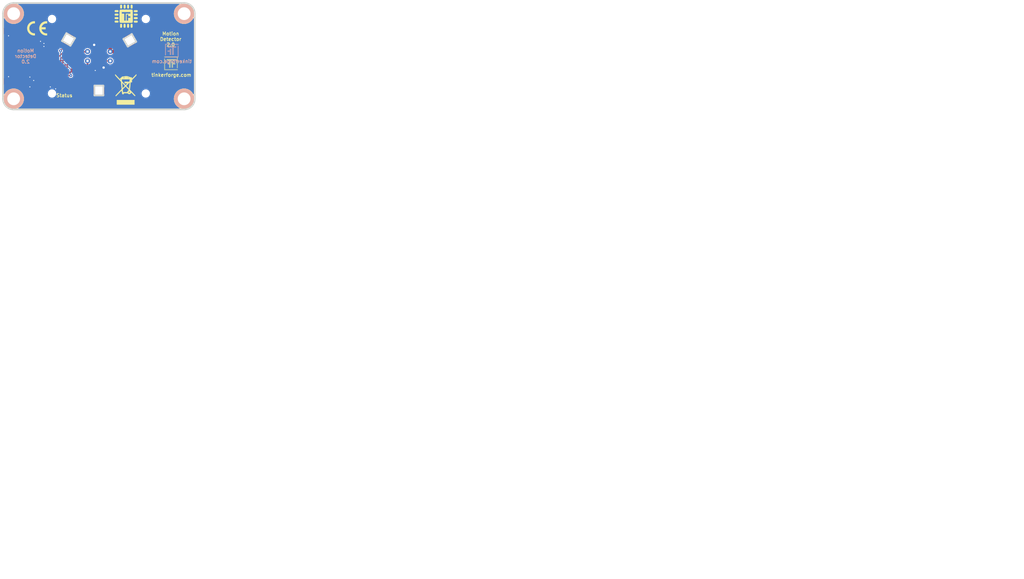
<source format=kicad_pcb>
(kicad_pcb (version 20221018) (generator pcbnew)
  (title_block (title "Motion Detector Bricklet 2.0") (date "2017-09-05") (rev "2.0") (company "Tinkerforge GmbH") (comment 1 "Licensed under CERN OHL v.1.1") (comment 2 "Copyright (©) 2017, B.Nordmeyer <bastian@tinkerforge.com>"))
  (layers (0 "F.Cu" jumper "Vorderseite") (31 "B.Cu" jumper "Rückseite") (34 "B.Paste" user) (35 "F.Paste" user) (36 "B.SilkS" user "B.Silkscreen") (37 "F.SilkS" user "F.Silkscreen") (38 "B.Mask" user) (39 "F.Mask" user) (44 "Edge.Cuts" user))
  (net 0 "")
  (net 1 "GND")
  (net 2 "VCC")
  (net 3 "Net-(C1-Pad2)")
  (net 4 "VSENS")
  (net 5 "Net-(D1-Pad2)")
  (net 6 "Net-(D2-Pad1)")
  (net 7 "Net-(D3-Pad1)")
  (net 8 "Net-(D4-Pad1)")
  (net 9 "Net-(J1-Pad1)")
  (net 10 "Net-(P1-Pad4)")
  (net 11 "Net-(P1-Pad5)")
  (net 12 "Net-(P1-Pad6)")
  (net 13 "Net-(P2-Pad2)")
  (net 14 "Net-(R1-Pad1)")
  (net 15 "S-MISO")
  (net 16 "S-MOSI")
  (net 17 "S-CLK")
  (net 18 "S-CS")
  (net 19 "ENABLE")
  (net 20 "VOUT")
  (net 21 "Net-(R2-Pad1)")
  (net 22 "LED_TOP_L")
  (net 23 "LED_TOP_R")
  (net 24 "LED_BTM")
  (net 25 "Net-(P1-Pad1)")
  (net 26 "Net-(U1-Pad3)")
  (net 27 "Net-(U1-Pad5)")
  (net 28 "Net-(U1-Pad6)")
  (net 29 "Net-(U1-Pad8)")
  (net 30 "Net-(U1-Pad15)")
  (net 31 "Net-(U1-Pad16)")
  (net 32 "Net-(U1-Pad17)")
  (net 33 "Net-(U1-Pad18)")
  (net 34 "Net-(U1-Pad19)")
  (footprint "kicad-libraries:WEEE_7mm" (layer "F.Cu") (at 71.7 50.1)
    (fp_text reference "VAL" hide)
    (fp_text value "WEEE_7mm" hide)
  )
  (footprint "kicad-libraries:CE_5mm" (layer "F.Cu") (at 50.95 35.75)
    (fp_text reference "VAL" hide)
    (fp_text value "CE_5mm" hide)
  )
  (footprint "Fiducial_Mark" (layer "F.Cu") (at 50.4 52.3)
    (fp_text reference "Fiducial_Mark" hide)
    (fp_text value "VAL**" hide)
    (pad "1" smd circle (at 0 0) (size 1.00076 1.00076) (layers "F.Cu" "F.Mask") (clearance 0.65024))
  )
  (footprint "Fiducial_Mark" (layer "F.Cu") (at 80.4 32.3)
    (fp_text reference "Fiducial_Mark" hide)
    (fp_text value "VAL**" hide)
    (pad "1" smd circle (at 0 0) (size 1.00076 1.00076) (layers "F.Cu" "F.Mask") (clearance 0.65024))
  )
  (footprint "Logo_31x31m" (layer "F.Cu") (at 83.9 42.4 180)
    (fp_text reference "G***" hide)
    (fp_text value "LOGO" hide)
  )
  (footprint "kicad-libraries:D1206_INV" (layer "F.Cu") (at 58.3 38.4 -120)
    (fp_text reference "D2")
    (fp_text value "blue_inv")
    (pad "1" smd rect (at -1.8 0 240) (size 1.5 1.6) (layers "F.Cu" "F.Paste" "F.Mask") (net 6 "Net-(D2-Pad1)"))
    (pad "2" smd rect (at 1.8 0 240) (size 1.5 1.6) (layers "F.Cu" "F.Paste" "F.Mask") (net 22 "LED_TOP_L"))
  )
  (footprint "kicad-libraries:D1206_INV" (layer "F.Cu") (at 72.6 38.6 120)
    (fp_text reference "D3")
    (fp_text value "blue_inv")
    (pad "1" smd rect (at -1.8 0 120) (size 1.5 1.6) (layers "F.Cu" "F.Paste" "F.Mask") (net 7 "Net-(D3-Pad1)"))
    (pad "2" smd rect (at 1.8 0 120) (size 1.5 1.6) (layers "F.Cu" "F.Paste" "F.Mask") (net 23 "LED_TOP_R"))
  )
  (footprint "kicad-libraries:D1206_INV" (layer "F.Cu") (at 65.4 50.4 180)
    (fp_text reference "D4")
    (fp_text value "blue_inv")
    (pad "1" smd rect (at -1.8 0 180) (size 1.5 1.6) (layers "F.Cu" "F.Paste" "F.Mask") (net 8 "Net-(D4-Pad1)"))
    (pad "2" smd rect (at 1.8 0 180) (size 1.5 1.6) (layers "F.Cu" "F.Paste" "F.Mask") (net 24 "LED_BTM"))
  )
  (footprint "kicad-libraries:DEBUG_PAD" (layer "F.Cu") (at 51.3 46)
    (fp_text reference "J1")
    (fp_text value "Debug")
    (pad "1" smd circle (at 0 0) (size 0.7 0.7) (layers "F.Cu" "F.Paste" "F.Mask") (net 9 "Net-(J1-Pad1)"))
  )
  (footprint "kicad-libraries:CON-SENSOR2" (layer "F.Cu") (at 43 42.3 -90)
    (fp_text reference "P1")
    (fp_text value "CON-SENSOR2")
    (pad "1" smd rect (at -3.75 -4.6 270) (size 0.6 1.8) (layers "F.Cu" "F.Paste" "F.Mask") (net 25 "Net-(P1-Pad1)"))
    (pad "2" smd rect (at -2.5 -4.6 270) (size 0.6 1.8) (layers "F.Cu" "F.Paste" "F.Mask") (net 1 "GND"))
    (pad "3" smd rect (at -1.25 -4.6 270) (size 0.6 1.8) (layers "F.Cu" "F.Paste" "F.Mask") (net 2 "VCC"))
    (pad "4" smd rect (at 0 -4.6 270) (size 0.6 1.8) (layers "F.Cu" "F.Paste" "F.Mask") (net 10 "Net-(P1-Pad4)"))
    (pad "5" smd rect (at 1.25 -4.6 270) (size 0.6 1.8) (layers "F.Cu" "F.Paste" "F.Mask") (net 11 "Net-(P1-Pad5)"))
    (pad "6" smd rect (at 2.5 -4.6 270) (size 0.6 1.8) (layers "F.Cu" "F.Paste" "F.Mask") (net 12 "Net-(P1-Pad6)"))
    (pad "7" smd rect (at 3.75 -4.6 270) (size 0.6 1.8) (layers "F.Cu" "F.Paste" "F.Mask") (net 3 "Net-(C1-Pad2)"))
    (pad "EP" smd rect (at -5.9 -1.2 270) (size 1.4 2.4) (layers "F.Cu" "F.Paste" "F.Mask") (net 1 "GND"))
    (pad "EP" smd rect (at 5.9 -1.2 270) (size 1.4 2.4) (layers "F.Cu" "F.Paste" "F.Mask") (net 1 "GND"))
  )
  (footprint "kicad-libraries:SolderJumper" (layer "F.Cu") (at 50.3 49.5)
    (fp_text reference "P2")
    (fp_text value "Boot")
    (pad "1" smd rect (at -0.5 0) (size 0.4 1.4) (layers "F.Cu" "F.Mask") (net 1 "GND"))
    (pad "1" smd rect (at -0.225 -0.55) (size 0.95 0.3) (layers "F.Cu" "F.Mask") (net 1 "GND"))
    (pad "1" smd rect (at -0.225 0.55) (size 0.95 0.3) (layers "F.Cu" "F.Mask") (net 1 "GND"))
    (pad "2" smd rect (at 0.15 0) (size 0.6 0.5) (layers "F.Cu" "F.Mask") (net 13 "Net-(P2-Pad2)"))
    (pad "2" smd rect (at 0.55 0) (size 0.3 1.4) (layers "F.Cu" "F.Mask") (net 13 "Net-(P2-Pad2)"))
  )
  (footprint "kicad-libraries:4X0402" (layer "F.Cu") (at 50.8 44.2 -90)
    (fp_text reference "RP1")
    (fp_text value "82")
    (pad "1" smd rect (at -0.7493 0.575 90) (size 0.29972 0.65) (layers "F.Cu" "F.Paste" "F.Mask") (net 10 "Net-(P1-Pad4)"))
    (pad "2" smd rect (at -0.24892 0.575 90) (size 0.29972 0.65) (layers "F.Cu" "F.Paste" "F.Mask") (net 11 "Net-(P1-Pad5)"))
    (pad "3" smd rect (at 0.24892 0.575 90) (size 0.29972 0.65) (layers "F.Cu" "F.Paste" "F.Mask") (net 12 "Net-(P1-Pad6)"))
    (pad "4" smd rect (at 0.7493 0.575 90) (size 0.29972 0.65) (layers "F.Cu" "F.Paste" "F.Mask") (net 3 "Net-(C1-Pad2)"))
    (pad "5" smd rect (at 0.7493 -0.575 270) (size 0.29972 0.65) (layers "F.Cu" "F.Paste" "F.Mask") (net 15 "S-MISO"))
    (pad "6" smd rect (at 0.24892 -0.575 270) (size 0.29972 0.65) (layers "F.Cu" "F.Paste" "F.Mask") (net 16 "S-MOSI"))
    (pad "7" smd rect (at -0.24892 -0.575 270) (size 0.29972 0.65) (layers "F.Cu" "F.Paste" "F.Mask") (net 17 "S-CLK"))
    (pad "8" smd rect (at -0.7493 -0.575 270) (size 0.29972 0.65) (layers "F.Cu" "F.Paste" "F.Mask") (net 18 "S-CS"))
  )
  (footprint "kicad-libraries:QFN24-4x4mm-0.5mm" (layer "F.Cu") (at 55.7 45.6)
    (fp_text reference "U1")
    (fp_text value "XMC110024")
    (pad "1" smd oval (at -2.025 -1.25) (size 1 0.3) (layers "F.Cu" "F.Paste" "F.Mask") (net 15 "S-MISO"))
    (pad "2" smd oval (at -2.025 -0.75) (size 1 0.3) (layers "F.Cu" "F.Paste" "F.Mask") (net 9 "Net-(J1-Pad1)"))
    (pad "3" smd oval (at -2.025 -0.25) (size 1 0.3) (layers "F.Cu" "F.Paste" "F.Mask") (net 26 "Net-(U1-Pad3)"))
    (pad "4" smd oval (at -2.025 0.25) (size 1 0.3) (layers "F.Cu" "F.Paste" "F.Mask") (net 13 "Net-(P2-Pad2)"))
    (pad "5" smd oval (at -2.025 0.75) (size 1 0.3) (layers "F.Cu" "F.Paste" "F.Mask") (net 27 "Net-(U1-Pad5)"))
    (pad "6" smd oval (at -2.025 1.25) (size 1 0.3) (layers "F.Cu" "F.Paste" "F.Mask") (net 28 "Net-(U1-Pad6)"))
    (pad "7" smd oval (at -1.25 2.025 90) (size 1 0.3) (layers "F.Cu" "F.Paste" "F.Mask") (net 14 "Net-(R1-Pad1)"))
    (pad "8" smd oval (at -0.75 2.025 90) (size 1 0.3) (layers "F.Cu" "F.Paste" "F.Mask") (net 29 "Net-(U1-Pad8)"))
    (pad "9" smd oval (at -0.25 2.025 90) (size 1 0.3) (layers "F.Cu" "F.Paste" "F.Mask") (net 1 "GND"))
    (pad "10" smd oval (at 0.25 2.025 90) (size 1 0.3) (layers "F.Cu" "F.Paste" "F.Mask") (net 2 "VCC"))
    (pad "11" smd oval (at 0.75 2.025 90) (size 1 0.3) (layers "F.Cu" "F.Paste" "F.Mask") (net 24 "LED_BTM"))
    (pad "12" smd oval (at 1.25 2.025 90) (size 1 0.3) (layers "F.Cu" "F.Paste" "F.Mask") (net 23 "LED_TOP_R"))
    (pad "13" smd oval (at 2.025 1.25) (size 1 0.3) (layers "F.Cu" "F.Paste" "F.Mask") (net 22 "LED_TOP_L"))
    (pad "14" smd oval (at 2.025 0.75) (size 1 0.3) (layers "F.Cu" "F.Paste" "F.Mask") (net 21 "Net-(R2-Pad1)"))
    (pad "15" smd oval (at 2.025 0.25) (size 1 0.3) (layers "F.Cu" "F.Paste" "F.Mask") (net 30 "Net-(U1-Pad15)"))
    (pad "16" smd oval (at 2.025 -0.25) (size 1 0.3) (layers "F.Cu" "F.Paste" "F.Mask") (net 31 "Net-(U1-Pad16)"))
    (pad "17" smd oval (at 2.025 -0.75) (size 1 0.3) (layers "F.Cu" "F.Paste" "F.Mask") (net 32 "Net-(U1-Pad17)"))
    (pad "18" smd oval (at 2.025 -1.25) (size 1 0.3) (layers "F.Cu" "F.Paste" "F.Mask") (net 33 "Net-(U1-Pad18)"))
    (pad "19" smd oval (at 1.25 -2.025 90) (size 1 0.3) (layers "F.Cu" "F.Paste" "F.Mask") (net 34 "Net-(U1-Pad19)"))
    (pad "20" smd oval (at 0.75 -2.025 90) (size 1 0.3) (layers "F.Cu" "F.Paste" "F.Mask") (net 19 "ENABLE"))
    (pad "21" smd oval (at 0.25 -2.025 90) (size 1 0.3) (layers "F.Cu" "F.Paste" "F.Mask") (net 20 "VOUT"))
    (pad "22" smd oval (at -0.25 -2.025 90) (size 1 0.3) (layers "F.Cu" "F.Paste" "F.Mask") (net 18 "S-CS"))
    (pad "23" smd oval (at -0.75 -2.025 90) (size 1 0.3) (layers "F.Cu" "F.Paste" "F.Mask") (net 17 "S-CLK"))
    (pad "24" smd oval (at -1.25 -2.025 90) (size 1 0.3) (layers "F.Cu" "F.Paste" "F.Mask") (net 16 "S-MOSI"))
    (pad "EXP" smd rect (at -0.65 -0.65) (size 1.3 1.3) (layers "F.Cu" "F.Paste" "F.Mask") (net 1 "GND"))
    (pad "EXP" smd rect (at -0.65 0.65) (size 1.3 1.3) (layers "F.Cu" "F.Paste" "F.Mask") (net 1 "GND"))
    (pad "EXP" smd rect (at 0.65 -0.65) (size 1.3 1.3) (layers "F.Cu" "F.Paste" "F.Mask") (net 1 "GND"))
    (pad "EXP" smd rect (at 0.65 0.65) (size 1.3 1.3) (layers "F.Cu" "F.Paste" "F.Mask") (net 1 "GND"))
  )
  (footprint "kicad-libraries:Logo_CoMCU" (layer "F.Cu") (at 71.8 32.9)
    (fp_text reference "G***" hide)
    (fp_text value "LOGO" hide)
  )
  (footprint "kicad-libraries:C0402F" (layer "F.Cu") (at 50.1 46.6 90)
    (fp_text reference "C1")
    (fp_text value "220pF")
    (pad "1" smd rect (at -0.5 0 90) (size 0.6 0.7) (layers "F.Cu" "F.Paste" "F.Mask") (net 1 "GND"))
    (pad "2" smd rect (at 0.5 0 90) (size 0.6 0.7) (layers "F.Cu" "F.Paste" "F.Mask") (net 3 "Net-(C1-Pad2)"))
  )
  (footprint "kicad-libraries:C0805" (layer "F.Cu") (at 50.1 40.4 -90)
    (fp_text reference "C2")
    (fp_text value "10uF")
    (pad "1" smd rect (at -1.00076 0 270) (size 1.00076 1.24968) (layers "F.Cu" "F.Paste" "F.Mask") (net 1 "GND") (clearance 0.14986))
    (pad "2" smd rect (at 1.00076 0 270) (size 1.00076 1.24968) (layers "F.Cu" "F.Paste" "F.Mask") (net 2 "VCC") (clearance 0.14986))
  )
  (footprint "kicad-libraries:C0603F" (layer "F.Cu") (at 51.7 40.4 -90)
    (fp_text reference "C3")
    (fp_text value "1uF")
    (pad "1" smd rect (at -0.75 0 270) (size 0.9 0.9) (layers "F.Cu" "F.Paste" "F.Mask") (net 1 "GND"))
    (pad "2" smd rect (at 0.75 0 270) (size 0.9 0.9) (layers "F.Cu" "F.Paste" "F.Mask") (net 2 "VCC"))
  )
  (footprint "kicad-libraries:C0603F" (layer "F.Cu") (at 55.7 49.2)
    (fp_text reference "C4")
    (fp_text value "100nF")
    (pad "1" smd rect (at -0.75 0) (size 0.9 0.9) (layers "F.Cu" "F.Paste" "F.Mask") (net 1 "GND"))
    (pad "2" smd rect (at 0.75 0) (size 0.9 0.9) (layers "F.Cu" "F.Paste" "F.Mask") (net 2 "VCC"))
  )
  (footprint "kicad-libraries:C0603F" (layer "F.Cu") (at 62.95 45.65 180)
    (fp_text reference "C6")
    (fp_text value "100nF")
    (pad "1" smd rect (at -0.75 0 180) (size 0.9 0.9) (layers "F.Cu" "F.Paste" "F.Mask") (net 1 "GND"))
    (pad "2" smd rect (at 0.75 0 180) (size 0.9 0.9) (layers "F.Cu" "F.Paste" "F.Mask") (net 4 "VSENS"))
  )
  (footprint "kicad-libraries:C0603F" (layer "F.Cu") (at 67.3 38.7)
    (fp_text reference "C7")
    (fp_text value "100nF")
    (pad "1" smd rect (at -0.75 0) (size 0.9 0.9) (layers "F.Cu" "F.Paste" "F.Mask") (net 1 "GND"))
    (pad "2" smd rect (at 0.75 0) (size 0.9 0.9) (layers "F.Cu" "F.Paste" "F.Mask") (net 2 "VCC"))
  )
  (footprint "kicad-libraries:D0603F" (layer "F.Cu") (at 57.3 52.9 180)
    (fp_text reference "D1")
    (fp_text value "blue")
    (pad "1" smd rect (at -0.75 0 180) (size 0.9 0.9) (layers "F.Cu" "F.Paste" "F.Mask") (net 2 "VCC"))
    (pad "2" smd rect (at 0.75 0 180) (size 0.9 0.9) (layers "F.Cu" "F.Paste" "F.Mask") (net 5 "Net-(D1-Pad2)"))
  )
  (footprint "kicad-libraries:R0603F" (layer "F.Cu") (at 54.3 52.9)
    (fp_text reference "R1")
    (fp_text value "1k")
    (pad "1" smd rect (at -0.75 0) (size 0.9 0.9) (layers "F.Cu" "F.Paste" "F.Mask") (net 14 "Net-(R1-Pad1)"))
    (pad "2" smd rect (at 0.75 0) (size 0.9 0.9) (layers "F.Cu" "F.Paste" "F.Mask") (net 5 "Net-(D1-Pad2)"))
  )
  (footprint "kicad-libraries:R0603F" (layer "F.Cu") (at 60 45.65)
    (fp_text reference "R2")
    (fp_text value "1k")
    (pad "1" smd rect (at -0.75 0) (size 0.9 0.9) (layers "F.Cu" "F.Paste" "F.Mask") (net 21 "Net-(R2-Pad1)"))
    (pad "2" smd rect (at 0.75 0) (size 0.9 0.9) (layers "F.Cu" "F.Paste" "F.Mask") (net 4 "VSENS"))
  )
  (footprint "kicad-libraries:R0603F" (layer "F.Cu") (at 61.25 34.4)
    (fp_text reference "R3")
    (fp_text value "68")
    (pad "1" smd rect (at -0.75 0) (size 0.9 0.9) (layers "F.Cu" "F.Paste" "F.Mask") (net 6 "Net-(D2-Pad1)"))
    (pad "2" smd rect (at 0.75 0) (size 0.9 0.9) (layers "F.Cu" "F.Paste" "F.Mask") (net 2 "VCC"))
  )
  (footprint "kicad-libraries:R0603F" (layer "F.Cu") (at 72.3 42.4 180)
    (fp_text reference "R4")
    (fp_text value "68")
    (pad "1" smd rect (at -0.75 0 180) (size 0.9 0.9) (layers "F.Cu" "F.Paste" "F.Mask") (net 7 "Net-(D3-Pad1)"))
    (pad "2" smd rect (at 0.75 0 180) (size 0.9 0.9) (layers "F.Cu" "F.Paste" "F.Mask") (net 2 "VCC"))
  )
  (footprint "kicad-libraries:R0603F" (layer "F.Cu") (at 65.4 52.4 180)
    (fp_text reference "R5")
    (fp_text value "22")
    (pad "1" smd rect (at -0.75 0 180) (size 0.9 0.9) (layers "F.Cu" "F.Paste" "F.Mask") (net 8 "Net-(D4-Pad1)"))
    (pad "2" smd rect (at 0.75 0 180) (size 0.9 0.9) (layers "F.Cu" "F.Paste" "F.Mask") (net 2 "VCC"))
  )
  (footprint "kicad-libraries:DRILL_NP" (layer "F.Cu") (at 45.4 52.3)
    (fp_text reference "U4" hide)
    (fp_text value "DRILL" hide)
    (pad "" np_thru_hole circle (at 0 0) (size 2.99974 2.99974) (drill 2.99974) (layers "*.Cu" "*.Mask" "F.SilkS") (clearance 0.89916))
  )
  (footprint "kicad-libraries:DRILL_NP" (layer "F.Cu") (at 85.4 52.3)
    (fp_text reference "U5" hide)
    (fp_text value "DRILL" hide)
    (pad "" np_thru_hole circle (at 0 0) (size 2.99974 2.99974) (drill 2.99974) (layers "*.Cu" "*.Mask" "F.SilkS") (clearance 0.89916))
  )
  (footprint "kicad-libraries:DRILL_NP" (layer "F.Cu") (at 45.4 32.3)
    (fp_text reference "U6" hide)
    (fp_text value "DRILL" hide)
    (pad "" np_thru_hole circle (at 0 0) (size 2.99974 2.99974) (drill 2.99974) (layers "*.Cu" "*.Mask" "F.SilkS") (clearance 0.89916))
  )
  (footprint "kicad-libraries:DRILL_NP" (layer "F.Cu") (at 85.4 32.3)
    (fp_text reference "U7" hide)
    (fp_text value "DRILL" hide)
    (pad "" np_thru_hole circle (at 0 0) (size 2.99974 2.99974) (drill 2.99974) (layers "*.Cu" "*.Mask" "F.SilkS") (clearance 0.89916))
  )
  (footprint "kicad-libraries:Fresnel_Lens_S8002" (layer "B.Cu") (at 65.4 42.3)
    (fp_text reference "REF**")
    (fp_text value "Fresnel_Lens_S8002")
    (pad "" np_thru_hole circle (at -11 -8.75) (size 1.45 1.45) (drill 1.45) (layers "*.Cu" "*.Mask"))
    (pad "" np_thru_hole circle (at -11 8.75) (size 1.45 1.45) (drill 1.45) (layers "*.Cu" "*.Mask"))
    (pad "" np_thru_hole circle (at 11 -8.75) (size 1.45 1.45) (drill 1.45) (layers "*.Cu" "*.Mask"))
    (pad "" np_thru_hole circle (at 11 8.75) (size 1.45 1.45) (drill 1.45) (layers "*.Cu" "*.Mask"))
  )
  (footprint "kicad-libraries:Logo_31x31" (layer "B.Cu") (at 84.1 39.4 180)
    (fp_text reference "G***" hide)
    (fp_text value "Logo_31x31" hide)
  )
  (footprint "kicad-libraries:AM612" (layer "B.Cu") (at 65.4 42.3 -135)
    (fp_text reference "U3")
    (fp_text value "AM612")
    (pad "1" thru_hole circle (at 2.670001 1.1 225) (size 1.2 1.2) (drill 0.55) (layers "*.Cu" "*.Mask") (net 4 "VSENS"))
    (pad "2" thru_hole circle (at 1.1 2.670001 225) (size 1.2 1.2) (drill 0.55) (layers "*.Cu" "*.Mask") (net 19 "ENABLE"))
    (pad "3" thru_hole circle (at -1.1 2.670001 225) (size 1.2 1.2) (drill 0.55) (layers "*.Cu" "*.Mask") (net 1 "GND"))
    (pad "4" thru_hole circle (at -2.670001 -1.1 225) (size 1.2 1.2) (drill 0.55) (layers "*.Cu" "*.Mask") (net 2 "VCC"))
    (pad "5" thru_hole circle (at -1.1 -2.670001 225) (size 1.2 1.2) (drill 0.55) (layers "*.Cu" "*.Mask") (net 20 "VOUT"))
    (pad "6" thru_hole circle (at 1.1 -2.670001 225) (size 1.2 1.2) (drill 0.55) (layers "*.Cu" "*.Mask") (net 1 "GND"))
  )
  (gr_arc (start 42.9 32.3) (mid 43.632233 30.532233) (end 45.4 29.8) (stroke (width 0.381)) (layer "Edge.Cuts"))
  (gr_line (start 85.4 54.8) (end 45.4 54.8) (stroke (width 0.381)) (layer "Edge.Cuts"))
  (gr_line (start 71.125 38.25) (end 73.125 37.075) (stroke (width 0.381)) (layer "Edge.Cuts"))
  (gr_line (start 57.775 36.875) (end 59.8 38.05) (stroke (width 0.381)) (layer "Edge.Cuts"))
  (gr_line (start 56.725 38.7) (end 57.775 36.875) (stroke (width 0.381)) (layer "Edge.Cuts"))
  (gr_line (start 74.175 38.9) (end 72.175 40.05) (stroke (width 0.381)) (layer "Edge.Cuts"))
  (gr_line (start 64.35 49.2) (end 64.35 51.5) (stroke (width 0.381)) (layer "Edge.Cuts"))
  (gr_arc (start 87.9 52.3) (mid 87.167767 54.067767) (end 85.4 54.8) (stroke (width 0.381)) (layer "Edge.Cuts"))
  (gr_arc (start 85.4 29.8) (mid 87.167767 30.532233) (end 87.9 32.3) (stroke (width 0.381)) (layer "Edge.Cuts"))
  (gr_line (start 66.45 49.2) (end 64.35 49.2) (stroke (width 0.381)) (layer "Edge.Cuts"))
  (gr_line (start 73.125 37.075) (end 74.175 38.9) (stroke (width 0.381)) (layer "Edge.Cuts"))
  (gr_line (start 42.9 52.3) (end 42.9 32.3) (stroke (width 0.381)) (layer "Edge.Cuts"))
  (gr_line (start 87.9 32.3) (end 87.9 52.3) (stroke (width 0.381)) (layer "Edge.Cuts"))
  (gr_line (start 85.4 29.8) (end 45.4 29.8) (stroke (width 0.381)) (layer "Edge.Cuts"))
  (gr_arc (start 45.4 54.8) (mid 43.632233 54.067767) (end 42.9 52.3) (stroke (width 0.381)) (layer "Edge.Cuts"))
  (gr_line (start 64.35 51.5) (end 66.45 51.5) (stroke (width 0.381)) (layer "Edge.Cuts"))
  (gr_line (start 66.45 51.5) (end 66.45 49.2) (stroke (width 0.381)) (layer "Edge.Cuts"))
  (gr_line (start 59.8 38.05) (end 58.725 39.85) (stroke (width 0.381)) (layer "Edge.Cuts"))
  (gr_line (start 72.175 40.05) (end 71.125 38.25) (stroke (width 0.381)) (layer "Edge.Cuts"))
  (gr_line (start 58.725 39.85) (end 56.725 38.7) (stroke (width 0.381)) (layer "Edge.Cuts"))
  (gr_text "tinkerforge.com" (at 82.5 43.5) (layer "B.SilkS") (effects (font (size 0.8 0.8)) (justify mirror)))
  (gr_text "Motion\nDetector\n2.0" (at 48.2 42.3) (layer "B.SilkS") (effects (font (size 0.8 0.8)) (justify mirror)))
  (gr_text "Motion\nDetector\n2.0" (at 82.25 38.3) (layer "F.SilkS") (effects (font (size 0.8 0.8))))
  (gr_text "tinkerforge.com" (at 82.4 46.7) (layer "F.SilkS") (effects (font (size 0.8 0.8))))
  (gr_text "Status" (at 57.3 51.5) (layer "F.SilkS") (effects (font (size 0.8 0.8))))
  (segment (start 55.45 48.45) (end 54.95 48.95) (width 0.29972) (layer "F.Cu") (net 1))
  (segment (start 54.95 48.95) (end 54.95 49.2) (width 0.2) (layer "F.Cu") (net 1))
  (segment (start 54.3 49.2) (end 54 49.5) (width 0.59944) (layer "F.Cu") (net 1))
  (segment (start 48.7 39.8) (end 49.10076 39.39924) (width 0.59944) (layer "F.Cu") (net 1))
  (segment (start 49.10076 39.39924) (end 50.1 39.39924) (width 0.59944) (layer "F.Cu") (net 1))
  (segment (start 50.79924 39.39924) (end 51.05 39.65) (width 0.59944) (layer "F.Cu") (net 1))
  (segment (start 51.05 39.65) (end 51.7 39.65) (width 0.59944) (layer "F.Cu") (net 1))
  (segment (start 52.15 39.65) (end 52.5 40) (width 0.59944) (layer "F.Cu") (net 1))
  (segment (start 52.15 39.65) (end 52.5 39.3) (width 0.59944) (layer "F.Cu") (net 1))
  (segment (start 55.45 46.65) (end 55.05 46.25) (width 0.2) (layer "F.Cu") (net 1))
  (segment (start 49.25 47.25) (end 49.2 47.2) (width 0.2) (layer "F.Cu") (net 1))
  (segment (start 49.8 48.95) (end 49.8 49.5) (width 0.2) (layer "F.Cu") (net 1))
  (segment (start 49.8 50) (end 49.85 50.05) (width 0.2) (layer "F.Cu") (net 1))
  (segment (start 49.85 50.05) (end 50.1 50.05) (width 0.2) (layer "F.Cu") (net 1))
  (segment (start 50.1 50.05) (end 50.075 50.05) (width 0.2) (layer "F.Cu") (net 1))
  (segment (start 65.224049 38.7) (end 64.289842 39.634207) (width 0.8001) (layer "F.Cu") (net 1))
  (segment (start 54.95 49.65) (end 55.25 49.95) (width 0.59944) (layer "F.Cu") (net 1))
  (segment (start 55.05 46.25) (end 55.05 44.95) (width 0.2) (layer "F.Cu") (net 1))
  (segment (start 55.45 47.625) (end 55.45 48.45) (width 0.29972) (layer "F.Cu") (net 1))
  (segment (start 49.8 49.5) (end 49.2 49.5) (width 0.2) (layer "F.Cu") (net 1))
  (segment (start 51.7 39.65) (end 51.7 38.8) (width 0.59944) (layer "F.Cu") (net 1))
  (segment (start 55.45 47.625) (end 55.45 46.65) (width 0.2) (layer "F.Cu") (net 1))
  (segment (start 47.6 39.8) (end 48.7 39.8) (width 0.59944) (layer "F.Cu") (net 1))
  (segment (start 50.1 39.39924) (end 50.79924 39.39924) (width 0.59944) (layer "F.Cu") (net 1))
  (segment (start 55.05 44.95) (end 56.35 44.95) (width 0.2) (layer "F.Cu") (net 1))
  (segment (start 50.1 47.25) (end 49.25 47.25) (width 0.2) (layer "F.Cu") (net 1))
  (segment (start 54.95 49.2) (end 54.3 49.2) (width 0.59944) (layer "F.Cu") (net 1))
  (segment (start 49.8 49.5) (end 49.8 50) (width 0.2) (layer "F.Cu") (net 1))
  (segment (start 63.7 45.65) (end 64.55 45.65) (width 0.59944) (layer "F.Cu") (net 1))
  (segment (start 44.2 48.2) (end 44.2 47.1) (width 0.59944) (layer "F.Cu") (net 1))
  (segment (start 44.2 36.4) (end 44.2 37.5) (width 0.59944) (layer "F.Cu") (net 1))
  (segment (start 50.075 48.95) (end 49.8 48.95) (width 0.2) (layer "F.Cu") (net 1))
  (segment (start 66.55 38.7) (end 65.224049 38.7) (width 0.8001) (layer "F.Cu") (net 1))
  (segment (start 50.1 47.25) (end 50.1 48) (width 0.2) (layer "F.Cu") (net 1))
  (segment (start 54.95 49.2) (end 54.95 49.65) (width 0.59944) (layer "F.Cu") (net 1))
  (segment (start 56.35 46.25) (end 55.05 46.25) (width 0.2) (layer "F.Cu") (net 1))
  (segment (start 51.7 39.65) (end 52.15 39.65) (width 0.59944) (layer "F.Cu") (net 1))
  (via (at 52.5 39.3) (size 0.70104) (drill 0.24892) (layers "F.Cu" "B.Cu") (net 1))
  (via (at 49.2 47.2) (size 0.70104) (drill 0.24892) (layers "F.Cu" "B.Cu") (net 1))
  (via (at 44.2 37.5) (size 0.70104) (drill 0.24892) (layers "F.Cu" "B.Cu") (net 1))
  (via (at 52.5 40) (size 0.70104) (drill 0.24892) (layers "F.Cu" "B.Cu") (net 1))
  (via (at 51.7 38.8) (size 0.70104) (drill 0.24892) (layers "F.Cu" "B.Cu") (net 1))
  (via (at 50.1 48) (size 0.70104) (drill 0.24892) (layers "F.Cu" "B.Cu") (net 1))
  (via (at 55.25 49.95) (size 0.70104) (drill 0.24892) (layers "F.Cu" "B.Cu") (net 1))
  (via (at 54 49.5) (size 0.70104) (drill 0.24892) (layers "F.Cu" "B.Cu") (net 1))
  (via (at 64.55 45.65) (size 0.70104) (drill 0.24892) (layers "F.Cu" "B.Cu") (net 1))
  (via (at 44.2 47.1) (size 0.70104) (drill 0.24892) (layers "F.Cu" "B.Cu") (net 1))
  (via (at 49.2 49.5) (size 0.70104) (drill 0.24892) (layers "F.Cu" "B.Cu") (net 1))
  (segment (start 55.95 48.45) (end 56.45 48.95) (width 0.29972) (layer "F.Cu") (net 2))
  (segment (start 56.45 48.95) (end 56.45 49.2) (width 0.2) (layer "F.Cu") (net 2))
  (segment (start 56.45 50.05) (end 58.05 51.65) (width 0.59944) (layer "F.Cu") (net 2))
  (segment (start 58.05 51.65) (end 58.05 52.9) (width 0.59944) (layer "F.Cu") (net 2))
  (segment (start 48.95 41.05) (end 49.30076 41.40076) (width 0.59944) (layer "F.Cu") (net 2))
  (segment (start 49.30076 41.40076) (end 50.1 41.40076) (width 0.59944) (layer "F.Cu") (net 2))
  (segment (start 50.79924 41.40076) (end 51.05 41.15) (width 0.59944) (layer "F.Cu") (net 2))
  (segment (start 51.05 41.15) (end 51.7 41.15) (width 0.59944) (layer "F.Cu") (net 2))
  (segment (start 68.065793 38.715793) (end 68.05 38.7) (width 0.8001) (layer "F.Cu") (net 2))
  (segment (start 70.339842 41.189842) (end 71.55 42.4) (width 0.8001) (layer "F.Cu") (net 2))
  (segment (start 53.55 41.15) (end 56.4 38.3) (width 0.59944) (layer "F.Cu") (net 2))
  (segment (start 61.5 52.9) (end 62.5 53.9) (width 0.59944) (layer "F.Cu") (net 2))
  (segment (start 62.5 53.9) (end 69.7 53.9) (width 0.59944) (layer "F.Cu") (net 2))
  (segment (start 69.7 53.9) (end 75.6 48) (width 0.59944) (layer "F.Cu") (net 2))
  (segment (start 75.6 48) (end 75.6 36.9) (width 0.59944) (layer "F.Cu") (net 2))
  (segment (start 61.4 52.9) (end 61.5 52.9) (width 0.59944) (layer "F.Cu") (net 2))
  (segment (start 64.15 52.9) (end 64.65 52.4) (width 0.29972) (layer "F.Cu") (net 2))
  (segment (start 56.4 36.4) (end 59.65 33.15) (width 0.59944) (layer "F.Cu") (net 2))
  (segment (start 59.65 33.15) (end 61.5 33.15) (width 0.59944) (layer "F.Cu") (net 2))
  (segment (start 61.5 33.15) (end 62 33.65) (width 0.59944) (layer "F.Cu") (net 2))
  (segment (start 62 33.65) (end 62 34.4) (width 0.59944) (layer "F.Cu") (net 2))
  (segment (start 71.85 33.15) (end 75.6 36.9) (width 0.59944) (layer "F.Cu") (net 2))
  (segment (start 68.05 34.6) (end 66.6 33.15) (width 0.59944) (layer "F.Cu") (net 2))
  (segment (start 66.6 33.15) (end 71.85 33.15) (width 0.59944) (layer "F.Cu") (net 2))
  (segment (start 47.6 41.05) (end 48.95 41.05) (width 0.59944) (layer "F.Cu") (net 2))
  (segment (start 56.45 49.2) (end 56.45 50.05) (width 0.59944) (layer "F.Cu") (net 2))
  (segment (start 58.05 52.9) (end 61.4 52.9) (width 0.59944) (layer "F.Cu") (net 2))
  (segment (start 55.95 47.625) (end 55.95 48.45) (width 0.29972) (layer "F.Cu") (net 2))
  (segment (start 68.065793 41.189842) (end 70.339842 41.189842) (width 0.8001) (layer "F.Cu") (net 2))
  (segment (start 61.4 52.9) (end 64.15 52.9) (width 0.29972) (layer "F.Cu") (net 2))
  (segment (start 68.065793 41.189842) (end 68.065793 38.715793) (width 0.8001) (layer "F.Cu") (net 2))
  (segment (start 56.4 38.3) (end 56.4 36.4) (width 0.59944) (layer "F.Cu") (net 2))
  (segment (start 68.05 38.7) (end 68.05 34.6) (width 0.59944) (layer "F.Cu") (net 2))
  (segment (start 61.5 33.15) (end 66.6 33.15) (width 0.59944) (layer "F.Cu") (net 2))
  (segment (start 50.1 41.40076) (end 50.79924 41.40076) (width 0.59944) (layer "F.Cu") (net 2))
  (segment (start 51.7 41.15) (end 53.55 41.15) (width 0.59944) (layer "F.Cu") (net 2))
  (segment (start 50 46.05) (end 50.1 45.95) (width 0.2) (layer "F.Cu") (net 3))
  (segment (start 50.225 45.825) (end 50.1 45.95) (width 0.2) (layer "F.Cu") (net 3))
  (segment (start 50.225 44.9493) (end 50.225 45.825) (width 0.2) (layer "F.Cu") (net 3))
  (segment (start 47.6 46.05) (end 50 46.05) (width 0.2) (layer "F.Cu") (net 3))
  (segment (start 62.734207 44.215793) (end 62.2 44.75) (width 0.29972) (layer "F.Cu") (net 4))
  (segment (start 62.2 44.75) (end 62.2 45.65) (width 0.29972) (layer "F.Cu") (net 4))
  (segment (start 62.734207 43.410158) (end 62.734207 44.215793) (width 0.29972) (layer "F.Cu") (net 4))
  (segment (start 60.75 45.65) (end 62.2 45.65) (width 0.29972) (layer "F.Cu") (net 4))
  (segment (start 55.05 52.9) (end 56.55 52.9) (width 0.2) (layer "F.Cu") (net 5))
  (segment (start 60.5 35.541154) (end 60.5 34.4) (width 0.59944) (layer "F.Cu") (net 6))
  (segment (start 59.2 36.841154) (end 60.5 35.541154) (width 0.59944) (layer "F.Cu") (net 6))
  (segment (start 73.05 40.608846) (end 73.5 40.158846) (width 0.8001) (layer "F.Cu") (net 7))
  (segment (start 73.05 42.4) (end 73.05 40.608846) (width 0.8001) (layer "F.Cu") (net 7))
  (segment (start 67.2 51.35) (end 66.15 52.4) (width 0.29972) (layer "F.Cu") (net 8))
  (segment (start 67.2 50.4) (end 67.2 51.35) (width 0.29972) (layer "F.Cu") (net 8))
  (segment (start 53.05 44.85) (end 51.9 46) (width 0.2) (layer "F.Cu") (net 9))
  (segment (start 51.9 46) (end 51.3 46) (width 0.2) (layer "F.Cu") (net 9))
  (segment (start 53.675 44.85) (end 53.05 44.85) (width 0.2) (layer "F.Cu") (net 9))
  (segment (start 48.4 42.3) (end 49.5507 43.4507) (width 0.2) (layer "F.Cu") (net 10))
  (segment (start 49.5507 43.4507) (end 50.225 43.4507) (width 0.2) (layer "F.Cu") (net 10))
  (segment (start 47.6 42.3) (end 48.4 42.3) (width 0.2) (layer "F.Cu") (net 10))
  (segment (start 48.85 43.55) (end 49.25108 43.95108) (width 0.2) (layer "F.Cu") (net 11))
  (segment (start 49.25108 43.95108) (end 50.225 43.95108) (width 0.2) (layer "F.Cu") (net 11))
  (segment (start 47.6 43.55) (end 48.85 43.55) (width 0.2) (layer "F.Cu") (net 11))
  (segment (start 49.2 44.8) (end 49.55108 44.44892) (width 0.2) (layer "F.Cu") (net 12))
  (segment (start 49.55108 44.44892) (end 50.225 44.44892) (width 0.2) (layer "F.Cu") (net 12))
  (segment (start 47.6 44.8) (end 49.2 44.8) (width 0.2) (layer "F.Cu") (net 12))
  (segment (start 52.85 45.85) (end 51.7 47) (width 0.2) (layer "F.Cu") (net 13))
  (segment (start 51.7 47) (end 51.7 49.1) (width 0.2) (layer "F.Cu") (net 13))
  (segment (start 51.7 49.1) (end 51.3 49.5) (width 0.2) (layer "F.Cu") (net 13))
  (segment (start 51.3 49.5) (end 50.85 49.5) (width 0.2) (layer "F.Cu") (net 13))
  (segment (start 53.675 45.85) (end 52.85 45.85) (width 0.2) (layer "F.Cu") (net 13))
  (segment (start 50.85 49.5) (end 50.45 49.5) (width 0.2) (layer "F.Cu") (net 13))
  (segment (start 54.45 47.95) (end 53.2 49.2) (width 0.2) (layer "F.Cu") (net 14))
  (segment (start 53.2 49.2) (end 53.2 52.55) (width 0.2) (layer "F.Cu") (net 14))
  (segment (start 53.2 52.55) (end 53.55 52.9) (width 0.2) (layer "F.Cu") (net 14))
  (segment (start 54.45 47.625) (end 54.45 47.95) (width 0.2) (layer "F.Cu") (net 14))
  (segment (start 52.2507 44.9493) (end 52.85 44.35) (width 0.2) (layer "F.Cu") (net 15))
  (segment (start 52.85 44.35) (end 53.675 44.35) (width 0.2) (layer "F.Cu") (net 15))
  (segment (start 51.375 44.9493) (end 52.2507 44.9493) (width 0.2) (layer "F.Cu") (net 15))
  (segment (start 52.05108 44.44892) (end 52.925 43.575) (width 0.2) (layer "F.Cu") (net 16))
  (segment (start 52.925 43.575) (end 54.45 43.575) (width 0.2) (layer "F.Cu") (net 16))
  (segment (start 51.375 44.44892) (end 52.05108 44.44892) (width 0.2) (layer "F.Cu") (net 16))
  (segment (start 51.94892 43.95108) (end 53.3 42.6) (width 0.2) (layer "F.Cu") (net 17))
  (segment (start 53.3 42.6) (end 54.6 42.6) (width 0.2) (layer "F.Cu") (net 17))
  (segment (start 54.6 42.6) (end 54.95 42.95) (width 0.2) (layer "F.Cu") (net 17))
  (segment (start 54.95 42.95) (end 54.95 43.575) (width 0.2) (layer "F.Cu") (net 17))
  (segment (start 51.375 43.95108) (end 51.94892 43.95108) (width 0.2) (layer "F.Cu") (net 17))
  (segment (start 51.7493 43.4507) (end 53.1 42.1) (width 0.2) (layer "F.Cu") (net 18))
  (segment (start 53.1 42.1) (end 54.9 42.1) (width 0.2) (layer "F.Cu") (net 18))
  (segment (start 54.9 42.1) (end 55.45 42.65) (width 0.2) (layer "F.Cu") (net 18))
  (segment (start 55.45 42.65) (end 55.45 43.575) (width 0.2) (layer "F.Cu") (net 18))
  (segment (start 51.375 43.4507) (end 51.7493 43.4507) (width 0.2) (layer "F.Cu") (net 18))
  (segment (start 62.110158 41.189842) (end 61.3 42) (width 0.2) (layer "F.Cu") (net 19))
  (segment (start 61.3 42) (end 57.3 42) (width 0.2) (layer "F.Cu") (net 19))
  (segment (start 57.3 42) (end 56.45 42.85) (width 0.2) (layer "F.Cu") (net 19))
  (segment (start 56.45 42.85) (end 56.45 43.575) (width 0.2) (layer "F.Cu") (net 19))
  (segment (start 62.734207 41.189842) (end 62.110158 41.189842) (width 0.2) (layer "F.Cu") (net 19))
  (segment (start 55.95 42.45) (end 56.9 41.5) (width 0.2) (layer "F.Cu") (net 20))
  (segment (start 56.9 41.5) (end 60.2 41.5) (width 0.2) (layer "F.Cu") (net 20))
  (segment (start 60.2 41.5) (end 61.6 40.1) (width 0.2) (layer "F.Cu") (net 20))
  (segment (start 61.6 40.1) (end 63.1 40.1) (width 0.2) (layer "F.Cu") (net 20))
  (segment (start 63.1 40.1) (end 66.410158 43.410158) (width 0.2) (layer "F.Cu") (net 20))
  (segment (start 66.410158 43.410158) (end 68.065793 43.410158) (width 0.2) (layer "F.Cu") (net 20))
  (segment (start 55.95 43.575) (end 55.95 42.45) (width 0.2) (layer "F.Cu") (net 20))
  (segment (start 58.35 46.35) (end 59.05 45.65) (width 0.29972) (layer "F.Cu") (net 21))
  (segment (start 59.05 45.65) (end 59.25 45.65) (width 0.2) (layer "F.Cu") (net 21))
  (segment (start 57.725 46.35) (end 58.35 46.35) (width 0.29972) (layer "F.Cu") (net 21))
  (segment (start 56.4 41) (end 57.4 40) (width 0.2) (layer "F.Cu") (net 22))
  (segment (start 57.4 40) (end 57.4 39.958846) (width 0.2) (layer "F.Cu") (net 22))
  (segment (start 57.725 46.85) (end 58.8 46.85) (width 0.2) (layer "F.Cu") (net 22))
  (via (at 56.4 41) (size 0.70104) (drill 0.24892) (layers "F.Cu" "B.Cu") (net 22))
  (via (at 58.8 46.85) (size 0.70104) (drill 0.24892) (layers "F.Cu" "B.Cu") (net 22))
  (segment (start 56.4 43) (end 56.4 41) (width 0.2) (layer "B.Cu") (net 22))
  (segment (start 58.8 45.4) (end 58.8 46.85) (width 0.2) (layer "B.Cu") (net 22))
  (segment (start 56.4 43) (end 58.8 45.4) (width 0.2) (layer "B.Cu") (net 22))
  (segment (start 72.3 43) (end 72.3 41.1) (width 0.2) (layer "F.Cu") (net 23))
  (segment (start 72.3 41.1) (end 70.6 39.4) (width 0.2) (layer "F.Cu") (net 23))
  (segment (start 70.6 39.4) (end 70.6 38.141154) (width 0.2) (layer "F.Cu") (net 23))
  (segment (start 70.6 38.141154) (end 71.7 37.041154) (width 0.2) (layer "F.Cu") (net 23))
  (segment (start 56.95 47.949998) (end 57.050002 48.05) (width 0.2) (layer "F.Cu") (net 23))
  (segment (start 57.050002 48.05) (end 67.25 48.05) (width 0.2) (layer "F.Cu") (net 23))
  (segment (start 67.25 48.05) (end 72.3 43) (width 0.2) (layer "F.Cu") (net 23))
  (segment (start 56.95 47.625) (end 56.95 47.949998) (width 0.2) (layer "F.Cu") (net 23))
  (segment (start 56.45 48.2) (end 56.7 48.45) (width 0.2) (layer "F.Cu") (net 24))
  (segment (start 56.7 48.45) (end 57.15 48.45) (width 0.2) (layer "F.Cu") (net 24))
  (segment (start 57.15 48.45) (end 59.1 50.4) (width 0.2) (layer "F.Cu") (net 24))
  (segment (start 59.1 50.4) (end 63.6 50.4) (width 0.2) (layer "F.Cu") (net 24))
  (segment (start 56.45 47.625) (end 56.45 48.2) (width 0.2) (layer "F.Cu") (net 24))
  (zone (net 1) (net_name "GND") (layer "B.Cu") (connect_pads yes (clearance 0.2)) (min_thickness 0.2) (fill yes (thermal_gap 0.508) (thermal_bridge_width 0.508))
    (polygon (pts (xy 42.9 29.8) (xy 87.9 29.8) (xy 87.9 54.8) (xy 42.9 54.8)))
  )
)
</source>
